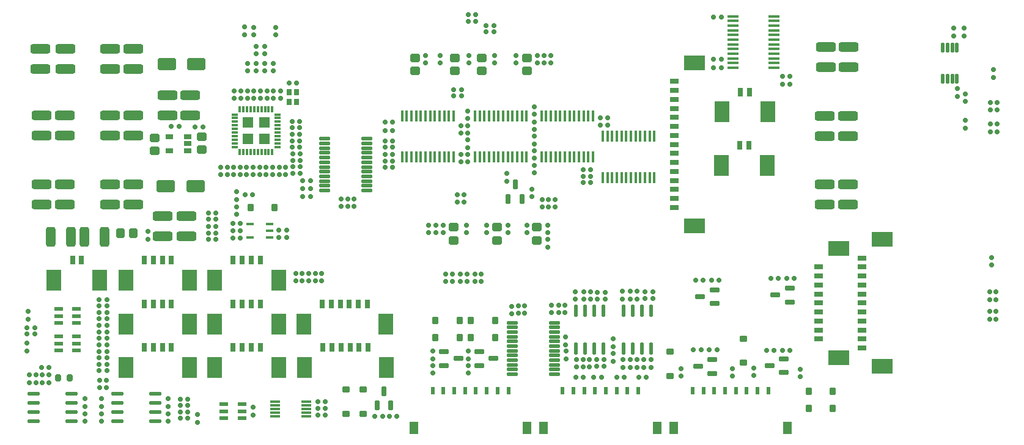
<source format=gbr>
G04*
G04 #@! TF.GenerationSoftware,Altium Limited,Altium Designer,24.9.1 (31)*
G04*
G04 Layer_Color=128*
%FSLAX44Y44*%
%MOMM*%
G71*
G04*
G04 #@! TF.SameCoordinates,11843470-2C0B-4DC8-9AB9-1888B6BF92CD*
G04*
G04*
G04 #@! TF.FilePolarity,Positive*
G04*
G01*
G75*
G04:AMPARAMS|DCode=22|XSize=0.9mm|YSize=0.95mm|CornerRadius=0.1mm|HoleSize=0mm|Usage=FLASHONLY|Rotation=0.000|XOffset=0mm|YOffset=0mm|HoleType=Round|Shape=RoundedRectangle|*
%AMROUNDEDRECTD22*
21,1,0.9000,0.7500,0,0,0.0*
21,1,0.7000,0.9500,0,0,0.0*
1,1,0.2000,0.3500,-0.3750*
1,1,0.2000,-0.3500,-0.3750*
1,1,0.2000,-0.3500,0.3750*
1,1,0.2000,0.3500,0.3750*
%
%ADD22ROUNDEDRECTD22*%
G04:AMPARAMS|DCode=32|XSize=0.95mm|YSize=0.85mm|CornerRadius=0.2125mm|HoleSize=0mm|Usage=FLASHONLY|Rotation=270.000|XOffset=0mm|YOffset=0mm|HoleType=Round|Shape=RoundedRectangle|*
%AMROUNDEDRECTD32*
21,1,0.9500,0.4250,0,0,270.0*
21,1,0.5250,0.8500,0,0,270.0*
1,1,0.4250,-0.2125,-0.2625*
1,1,0.4250,-0.2125,0.2625*
1,1,0.4250,0.2125,0.2625*
1,1,0.4250,0.2125,-0.2625*
%
%ADD32ROUNDEDRECTD32*%
G04:AMPARAMS|DCode=36|XSize=1.2mm|YSize=1.3mm|CornerRadius=0.25mm|HoleSize=0mm|Usage=FLASHONLY|Rotation=180.000|XOffset=0mm|YOffset=0mm|HoleType=Round|Shape=RoundedRectangle|*
%AMROUNDEDRECTD36*
21,1,1.2000,0.8000,0,0,180.0*
21,1,0.7000,1.3000,0,0,180.0*
1,1,0.5000,-0.3500,0.4000*
1,1,0.5000,0.3500,0.4000*
1,1,0.5000,0.3500,-0.4000*
1,1,0.5000,-0.3500,-0.4000*
%
%ADD36ROUNDEDRECTD36*%
G04:AMPARAMS|DCode=47|XSize=1.64mm|YSize=0.59mm|CornerRadius=0.1475mm|HoleSize=0mm|Usage=FLASHONLY|Rotation=180.000|XOffset=0mm|YOffset=0mm|HoleType=Round|Shape=RoundedRectangle|*
%AMROUNDEDRECTD47*
21,1,1.6400,0.2950,0,0,180.0*
21,1,1.3450,0.5900,0,0,180.0*
1,1,0.2950,-0.6725,0.1475*
1,1,0.2950,0.6725,0.1475*
1,1,0.2950,0.6725,-0.1475*
1,1,0.2950,-0.6725,-0.1475*
%
%ADD47ROUNDEDRECTD47*%
G04:AMPARAMS|DCode=48|XSize=1.21mm|YSize=0.59mm|CornerRadius=0.0738mm|HoleSize=0mm|Usage=FLASHONLY|Rotation=180.000|XOffset=0mm|YOffset=0mm|HoleType=Round|Shape=RoundedRectangle|*
%AMROUNDEDRECTD48*
21,1,1.2100,0.4425,0,0,180.0*
21,1,1.0625,0.5900,0,0,180.0*
1,1,0.1475,-0.5313,0.2213*
1,1,0.1475,0.5313,0.2213*
1,1,0.1475,0.5313,-0.2213*
1,1,0.1475,-0.5313,-0.2213*
%
%ADD48ROUNDEDRECTD48*%
G04:AMPARAMS|DCode=58|XSize=1.32mm|YSize=0.6mm|CornerRadius=0.075mm|HoleSize=0mm|Usage=FLASHONLY|Rotation=180.000|XOffset=0mm|YOffset=0mm|HoleType=Round|Shape=RoundedRectangle|*
%AMROUNDEDRECTD58*
21,1,1.3200,0.4500,0,0,180.0*
21,1,1.1700,0.6000,0,0,180.0*
1,1,0.1500,-0.5850,0.2250*
1,1,0.1500,0.5850,0.2250*
1,1,0.1500,0.5850,-0.2250*
1,1,0.1500,-0.5850,-0.2250*
%
%ADD58ROUNDEDRECTD58*%
G04:AMPARAMS|DCode=59|XSize=1.64mm|YSize=0.59mm|CornerRadius=0.1475mm|HoleSize=0mm|Usage=FLASHONLY|Rotation=90.000|XOffset=0mm|YOffset=0mm|HoleType=Round|Shape=RoundedRectangle|*
%AMROUNDEDRECTD59*
21,1,1.6400,0.2950,0,0,90.0*
21,1,1.3450,0.5900,0,0,90.0*
1,1,0.2950,0.1475,0.6725*
1,1,0.2950,0.1475,-0.6725*
1,1,0.2950,-0.1475,-0.6725*
1,1,0.2950,-0.1475,0.6725*
%
%ADD59ROUNDEDRECTD59*%
G04:AMPARAMS|DCode=60|XSize=0.65mm|YSize=0.6mm|CornerRadius=0.15mm|HoleSize=0mm|Usage=FLASHONLY|Rotation=90.000|XOffset=0mm|YOffset=0mm|HoleType=Round|Shape=RoundedRectangle|*
%AMROUNDEDRECTD60*
21,1,0.6500,0.3000,0,0,90.0*
21,1,0.3500,0.6000,0,0,90.0*
1,1,0.3000,0.1500,0.1750*
1,1,0.3000,0.1500,-0.1750*
1,1,0.3000,-0.1500,-0.1750*
1,1,0.3000,-0.1500,0.1750*
%
%ADD60ROUNDEDRECTD60*%
%ADD61R,0.6000X1.0000*%
%ADD62R,1.2500X1.8000*%
G04:AMPARAMS|DCode=66|XSize=0.65mm|YSize=0.6mm|CornerRadius=0.15mm|HoleSize=0mm|Usage=FLASHONLY|Rotation=180.000|XOffset=0mm|YOffset=0mm|HoleType=Round|Shape=RoundedRectangle|*
%AMROUNDEDRECTD66*
21,1,0.6500,0.3000,0,0,180.0*
21,1,0.3500,0.6000,0,0,180.0*
1,1,0.3000,-0.1750,0.1500*
1,1,0.3000,0.1750,0.1500*
1,1,0.3000,0.1750,-0.1500*
1,1,0.3000,-0.1750,-0.1500*
%
%ADD66ROUNDEDRECTD66*%
G04:AMPARAMS|DCode=68|XSize=1.2mm|YSize=1.3mm|CornerRadius=0.25mm|HoleSize=0mm|Usage=FLASHONLY|Rotation=270.000|XOffset=0mm|YOffset=0mm|HoleType=Round|Shape=RoundedRectangle|*
%AMROUNDEDRECTD68*
21,1,1.2000,0.8000,0,0,270.0*
21,1,0.7000,1.3000,0,0,270.0*
1,1,0.5000,-0.4000,-0.3500*
1,1,0.5000,-0.4000,0.3500*
1,1,0.5000,0.4000,0.3500*
1,1,0.5000,0.4000,-0.3500*
%
%ADD68ROUNDEDRECTD68*%
G04:AMPARAMS|DCode=154|XSize=0.9mm|YSize=0.95mm|CornerRadius=0.1mm|HoleSize=0mm|Usage=FLASHONLY|Rotation=270.000|XOffset=0mm|YOffset=0mm|HoleType=Round|Shape=RoundedRectangle|*
%AMROUNDEDRECTD154*
21,1,0.9000,0.7500,0,0,270.0*
21,1,0.7000,0.9500,0,0,270.0*
1,1,0.2000,-0.3750,-0.3500*
1,1,0.2000,-0.3750,0.3500*
1,1,0.2000,0.3750,0.3500*
1,1,0.2000,0.3750,-0.3500*
%
%ADD154ROUNDEDRECTD154*%
G04:AMPARAMS|DCode=155|XSize=1.3081mm|YSize=0.4572mm|CornerRadius=0.1143mm|HoleSize=0mm|Usage=FLASHONLY|Rotation=270.000|XOffset=0mm|YOffset=0mm|HoleType=Round|Shape=RoundedRectangle|*
%AMROUNDEDRECTD155*
21,1,1.3081,0.2286,0,0,270.0*
21,1,1.0795,0.4572,0,0,270.0*
1,1,0.2286,-0.1143,-0.5397*
1,1,0.2286,-0.1143,0.5397*
1,1,0.2286,0.1143,0.5397*
1,1,0.2286,0.1143,-0.5397*
%
%ADD155ROUNDEDRECTD155*%
%ADD156R,0.9779X0.4064*%
%ADD157R,1.3000X0.8000*%
%ADD158R,3.0000X2.1000*%
G04:AMPARAMS|DCode=159|XSize=1.57mm|YSize=0.41mm|CornerRadius=0.0513mm|HoleSize=0mm|Usage=FLASHONLY|Rotation=0.000|XOffset=0mm|YOffset=0mm|HoleType=Round|Shape=RoundedRectangle|*
%AMROUNDEDRECTD159*
21,1,1.5700,0.3075,0,0,0.0*
21,1,1.4675,0.4100,0,0,0.0*
1,1,0.1025,0.7338,-0.1538*
1,1,0.1025,-0.7338,-0.1538*
1,1,0.1025,-0.7338,0.1538*
1,1,0.1025,0.7338,0.1538*
%
%ADD159ROUNDEDRECTD159*%
G04:AMPARAMS|DCode=160|XSize=2.7mm|YSize=1.3mm|CornerRadius=0.25mm|HoleSize=0mm|Usage=FLASHONLY|Rotation=180.000|XOffset=0mm|YOffset=0mm|HoleType=Round|Shape=RoundedRectangle|*
%AMROUNDEDRECTD160*
21,1,2.7000,0.8000,0,0,180.0*
21,1,2.2000,1.3000,0,0,180.0*
1,1,0.5000,-1.1000,0.4000*
1,1,0.5000,1.1000,0.4000*
1,1,0.5000,1.1000,-0.4000*
1,1,0.5000,-1.1000,-0.4000*
%
%ADD160ROUNDEDRECTD160*%
G04:AMPARAMS|DCode=161|XSize=1.5mm|YSize=0.45mm|CornerRadius=0.1125mm|HoleSize=0mm|Usage=FLASHONLY|Rotation=180.000|XOffset=0mm|YOffset=0mm|HoleType=Round|Shape=RoundedRectangle|*
%AMROUNDEDRECTD161*
21,1,1.5000,0.2250,0,0,180.0*
21,1,1.2750,0.4500,0,0,180.0*
1,1,0.2250,-0.6375,0.1125*
1,1,0.2250,0.6375,0.1125*
1,1,0.2250,0.6375,-0.1125*
1,1,0.2250,-0.6375,-0.1125*
%
%ADD161ROUNDEDRECTD161*%
G04:AMPARAMS|DCode=162|XSize=1.32mm|YSize=0.6mm|CornerRadius=0.075mm|HoleSize=0mm|Usage=FLASHONLY|Rotation=90.000|XOffset=0mm|YOffset=0mm|HoleType=Round|Shape=RoundedRectangle|*
%AMROUNDEDRECTD162*
21,1,1.3200,0.4500,0,0,90.0*
21,1,1.1700,0.6000,0,0,90.0*
1,1,0.1500,0.2250,0.5850*
1,1,0.1500,0.2250,-0.5850*
1,1,0.1500,-0.2250,-0.5850*
1,1,0.1500,-0.2250,0.5850*
%
%ADD162ROUNDEDRECTD162*%
%ADD163R,1.4000X0.3000*%
%ADD164R,0.8000X1.3000*%
%ADD165R,2.1000X3.0000*%
G04:AMPARAMS|DCode=166|XSize=2.7mm|YSize=1.3mm|CornerRadius=0.25mm|HoleSize=0mm|Usage=FLASHONLY|Rotation=270.000|XOffset=0mm|YOffset=0mm|HoleType=Round|Shape=RoundedRectangle|*
%AMROUNDEDRECTD166*
21,1,2.7000,0.8000,0,0,270.0*
21,1,2.2000,1.3000,0,0,270.0*
1,1,0.5000,-0.4000,-1.1000*
1,1,0.5000,-0.4000,1.1000*
1,1,0.5000,0.4000,1.1000*
1,1,0.5000,0.4000,-1.1000*
%
%ADD166ROUNDEDRECTD166*%
G04:AMPARAMS|DCode=167|XSize=1.65mm|YSize=2.55mm|CornerRadius=0.25mm|HoleSize=0mm|Usage=FLASHONLY|Rotation=90.000|XOffset=0mm|YOffset=0mm|HoleType=Round|Shape=RoundedRectangle|*
%AMROUNDEDRECTD167*
21,1,1.6500,2.0500,0,0,90.0*
21,1,1.1500,2.5500,0,0,90.0*
1,1,0.5000,1.0250,0.5750*
1,1,0.5000,1.0250,-0.5750*
1,1,0.5000,-1.0250,-0.5750*
1,1,0.5000,-1.0250,0.5750*
%
%ADD167ROUNDEDRECTD167*%
G04:AMPARAMS|DCode=168|XSize=1.1mm|YSize=0.6mm|CornerRadius=0.05mm|HoleSize=0mm|Usage=FLASHONLY|Rotation=180.000|XOffset=0mm|YOffset=0mm|HoleType=Round|Shape=RoundedRectangle|*
%AMROUNDEDRECTD168*
21,1,1.1000,0.5000,0,0,180.0*
21,1,1.0000,0.6000,0,0,180.0*
1,1,0.1000,-0.5000,0.2500*
1,1,0.1000,0.5000,0.2500*
1,1,0.1000,0.5000,-0.2500*
1,1,0.1000,-0.5000,-0.2500*
%
%ADD168ROUNDEDRECTD168*%
G04:AMPARAMS|DCode=169|XSize=0.84mm|YSize=0.26mm|CornerRadius=0.0325mm|HoleSize=0mm|Usage=FLASHONLY|Rotation=270.000|XOffset=0mm|YOffset=0mm|HoleType=Round|Shape=RoundedRectangle|*
%AMROUNDEDRECTD169*
21,1,0.8400,0.1950,0,0,270.0*
21,1,0.7750,0.2600,0,0,270.0*
1,1,0.0650,-0.0975,-0.3875*
1,1,0.0650,-0.0975,0.3875*
1,1,0.0650,0.0975,0.3875*
1,1,0.0650,0.0975,-0.3875*
%
%ADD169ROUNDEDRECTD169*%
G04:AMPARAMS|DCode=170|XSize=0.26mm|YSize=0.84mm|CornerRadius=0.0325mm|HoleSize=0mm|Usage=FLASHONLY|Rotation=270.000|XOffset=0mm|YOffset=0mm|HoleType=Round|Shape=RoundedRectangle|*
%AMROUNDEDRECTD170*
21,1,0.2600,0.7750,0,0,270.0*
21,1,0.1950,0.8400,0,0,270.0*
1,1,0.0650,-0.3875,-0.0975*
1,1,0.0650,-0.3875,0.0975*
1,1,0.0650,0.3875,0.0975*
1,1,0.0650,0.3875,-0.0975*
%
%ADD170ROUNDEDRECTD170*%
G04:AMPARAMS|DCode=172|XSize=1.57mm|YSize=0.41mm|CornerRadius=0.0513mm|HoleSize=0mm|Usage=FLASHONLY|Rotation=270.000|XOffset=0mm|YOffset=0mm|HoleType=Round|Shape=RoundedRectangle|*
%AMROUNDEDRECTD172*
21,1,1.5700,0.3075,0,0,270.0*
21,1,1.4675,0.4100,0,0,270.0*
1,1,0.1025,-0.1538,-0.7338*
1,1,0.1025,-0.1538,0.7338*
1,1,0.1025,0.1538,0.7338*
1,1,0.1025,0.1538,-0.7338*
%
%ADD172ROUNDEDRECTD172*%
%ADD173R,0.7500X0.8500*%
G36*
X398750Y410150D02*
Y424750D01*
X384150D01*
Y410150D01*
X398750D01*
D02*
G37*
G36*
Y433250D02*
Y447850D01*
X384150D01*
Y433250D01*
X398750D01*
D02*
G37*
G36*
X421850Y410150D02*
Y424750D01*
X407250D01*
Y410150D01*
X421850D01*
D02*
G37*
G36*
Y433250D02*
Y447850D01*
X407250D01*
Y433250D01*
X421850D01*
D02*
G37*
D22*
X1168189Y67968D02*
D03*
X1201800Y68000D02*
D03*
X1168189Y43968D02*
D03*
X1201800Y44000D02*
D03*
X700190Y141968D02*
D03*
X733800Y142000D02*
D03*
X651189Y141968D02*
D03*
X684800Y142000D02*
D03*
X651189Y165968D02*
D03*
X684800Y166000D02*
D03*
X700189Y165968D02*
D03*
X733800Y166000D02*
D03*
X428800Y322250D02*
D03*
X395189Y322218D02*
D03*
D32*
X129250Y86000D02*
D03*
X144750D02*
D03*
D36*
X233000Y287002D02*
D03*
X215000D02*
D03*
D47*
X94650Y51350D02*
D03*
Y38650D02*
D03*
X147350Y64050D02*
D03*
Y25950D02*
D03*
X94650D02*
D03*
Y64050D02*
D03*
X147350Y38650D02*
D03*
Y51350D02*
D03*
X263350Y25950D02*
D03*
X210650Y51350D02*
D03*
Y25950D02*
D03*
Y38650D02*
D03*
X263350Y64050D02*
D03*
X210650D02*
D03*
X263350Y38650D02*
D03*
Y51350D02*
D03*
D48*
X358450Y30500D02*
D03*
Y49500D02*
D03*
X383550D02*
D03*
Y40000D02*
D03*
Y30500D02*
D03*
X358450Y40000D02*
D03*
X129450Y143500D02*
D03*
Y134000D02*
D03*
Y124500D02*
D03*
X154550D02*
D03*
Y143500D02*
D03*
Y134000D02*
D03*
Y181500D02*
D03*
Y162500D02*
D03*
X129450D02*
D03*
Y172000D02*
D03*
Y181500D02*
D03*
X154550Y172000D02*
D03*
D58*
X1114000Y103000D02*
D03*
X1134000Y112500D02*
D03*
Y93500D02*
D03*
X1122000Y201000D02*
D03*
X1142000Y210500D02*
D03*
Y191500D02*
D03*
X1018000Y199000D02*
D03*
X1038000Y208500D02*
D03*
Y189500D02*
D03*
X1015000Y102000D02*
D03*
X1035000Y111500D02*
D03*
Y92500D02*
D03*
X712000Y103500D02*
D03*
X732000Y113000D02*
D03*
X712000Y122500D02*
D03*
X663000Y103500D02*
D03*
X683000Y113000D02*
D03*
X663000Y122500D02*
D03*
D59*
X871300Y179700D02*
D03*
X884000Y127000D02*
D03*
X858600Y179700D02*
D03*
X845900D02*
D03*
X858600Y127000D02*
D03*
X871300D02*
D03*
X845900D02*
D03*
X884000Y179700D02*
D03*
X937350Y179350D02*
D03*
X950050Y126650D02*
D03*
X924650Y179350D02*
D03*
X911950D02*
D03*
X924650Y126650D02*
D03*
X937350D02*
D03*
X911950D02*
D03*
X950050Y179350D02*
D03*
D60*
X1384000Y571250D02*
D03*
Y560750D02*
D03*
X1385000Y432750D02*
D03*
Y443250D02*
D03*
X1374000Y476750D02*
D03*
Y487250D02*
D03*
X1385000Y480250D02*
D03*
Y469750D02*
D03*
X1369000Y571250D02*
D03*
Y560750D02*
D03*
X253000Y278750D02*
D03*
Y289250D02*
D03*
X415000Y535750D02*
D03*
Y546250D02*
D03*
X696000Y385750D02*
D03*
Y396250D02*
D03*
X430000Y561750D02*
D03*
Y572250D02*
D03*
X638002Y533250D02*
D03*
Y522750D02*
D03*
X793001Y533250D02*
D03*
Y522750D02*
D03*
X763001Y533250D02*
D03*
Y522750D02*
D03*
X722001Y298250D02*
D03*
Y287750D02*
D03*
X752002Y298250D02*
D03*
Y287750D02*
D03*
X662001Y298250D02*
D03*
Y287750D02*
D03*
X694001Y298250D02*
D03*
Y287750D02*
D03*
X778001Y298250D02*
D03*
Y287750D02*
D03*
X733001Y533250D02*
D03*
Y522750D02*
D03*
X807001Y298250D02*
D03*
Y287750D02*
D03*
X658001Y533250D02*
D03*
Y522750D02*
D03*
X698001Y533250D02*
D03*
Y522750D02*
D03*
X1132000Y504250D02*
D03*
Y493750D02*
D03*
X166000Y46750D02*
D03*
Y57250D02*
D03*
X757000Y174750D02*
D03*
Y185250D02*
D03*
X812000Y176750D02*
D03*
Y187250D02*
D03*
X1157000Y87750D02*
D03*
Y98250D02*
D03*
X1092000Y89500D02*
D03*
Y100000D02*
D03*
X1063000Y88750D02*
D03*
Y99250D02*
D03*
X992000Y88750D02*
D03*
Y99250D02*
D03*
X1422000Y242750D02*
D03*
Y253250D02*
D03*
X363000Y378250D02*
D03*
Y367750D02*
D03*
X1424000Y513500D02*
D03*
Y503000D02*
D03*
X281000Y46750D02*
D03*
Y57250D02*
D03*
X391000Y473750D02*
D03*
Y484250D02*
D03*
X382000Y473750D02*
D03*
Y484250D02*
D03*
X437000Y473750D02*
D03*
Y484250D02*
D03*
X86000Y134250D02*
D03*
Y123750D02*
D03*
X87000Y167750D02*
D03*
Y178250D02*
D03*
X880000Y436750D02*
D03*
Y447250D02*
D03*
X403000Y546250D02*
D03*
Y535750D02*
D03*
X642001Y298250D02*
D03*
Y287750D02*
D03*
X652001Y298250D02*
D03*
Y287750D02*
D03*
X706000Y219750D02*
D03*
Y230250D02*
D03*
X675000Y219750D02*
D03*
Y230250D02*
D03*
X400000Y572250D02*
D03*
Y561750D02*
D03*
X386650Y572641D02*
D03*
Y562141D02*
D03*
X391000Y522250D02*
D03*
Y511750D02*
D03*
X427000Y522250D02*
D03*
Y511750D02*
D03*
X403000Y511750D02*
D03*
Y522250D02*
D03*
X415000Y511750D02*
D03*
Y522250D02*
D03*
X775000Y175750D02*
D03*
Y186250D02*
D03*
X831000Y176750D02*
D03*
Y187250D02*
D03*
X1419000Y205250D02*
D03*
Y194750D02*
D03*
X1420000Y427750D02*
D03*
Y438250D02*
D03*
X1428000Y194750D02*
D03*
Y205250D02*
D03*
X1429000Y427750D02*
D03*
Y438250D02*
D03*
X1419000Y178250D02*
D03*
Y167750D02*
D03*
X1420000Y457750D02*
D03*
Y468250D02*
D03*
X1428000Y167750D02*
D03*
Y178250D02*
D03*
X1429000Y457750D02*
D03*
Y468250D02*
D03*
X715000Y219750D02*
D03*
Y230250D02*
D03*
X322000Y24750D02*
D03*
Y35250D02*
D03*
X376000Y323250D02*
D03*
Y312750D02*
D03*
X376000Y344250D02*
D03*
Y333750D02*
D03*
X196000Y83250D02*
D03*
Y72750D02*
D03*
X186000Y83250D02*
D03*
Y72750D02*
D03*
X682000Y340250D02*
D03*
Y329750D02*
D03*
X189000Y57250D02*
D03*
Y46750D02*
D03*
X281000Y36250D02*
D03*
Y25750D02*
D03*
X539000Y334250D02*
D03*
Y323750D02*
D03*
X766000Y175750D02*
D03*
Y186250D02*
D03*
X822000Y176750D02*
D03*
Y187250D02*
D03*
X697000Y103250D02*
D03*
Y92750D02*
D03*
X648000Y103250D02*
D03*
Y92750D02*
D03*
X697000Y112750D02*
D03*
Y123250D02*
D03*
X648000Y112750D02*
D03*
Y123250D02*
D03*
X811000Y533250D02*
D03*
Y522750D02*
D03*
X691000Y340250D02*
D03*
Y329750D02*
D03*
X166000Y25750D02*
D03*
Y36250D02*
D03*
X98000Y79750D02*
D03*
Y90250D02*
D03*
X116000Y90250D02*
D03*
Y79750D02*
D03*
X910000Y206250D02*
D03*
Y195750D02*
D03*
X911000Y100750D02*
D03*
Y111250D02*
D03*
X831950Y132100D02*
D03*
Y142600D02*
D03*
X898000Y129750D02*
D03*
Y140250D02*
D03*
X844950Y205600D02*
D03*
Y195100D02*
D03*
X898000Y120000D02*
D03*
Y109500D02*
D03*
X832000Y123250D02*
D03*
Y112750D02*
D03*
X846950Y101100D02*
D03*
Y111600D02*
D03*
X921000Y206250D02*
D03*
Y195750D02*
D03*
X931000Y206250D02*
D03*
Y195750D02*
D03*
X921000Y100750D02*
D03*
Y111250D02*
D03*
X931000Y100750D02*
D03*
Y111250D02*
D03*
X856950Y205600D02*
D03*
Y195100D02*
D03*
X865950Y205600D02*
D03*
Y195100D02*
D03*
X855950Y101100D02*
D03*
Y111600D02*
D03*
X864950Y101100D02*
D03*
Y111600D02*
D03*
X799210Y333750D02*
D03*
Y323250D02*
D03*
X808210Y333750D02*
D03*
Y323250D02*
D03*
X817210D02*
D03*
Y333750D02*
D03*
X399000Y34750D02*
D03*
Y45250D02*
D03*
X802000Y533250D02*
D03*
Y522750D02*
D03*
X696000Y445750D02*
D03*
Y456250D02*
D03*
X427000Y473750D02*
D03*
Y484250D02*
D03*
X373000Y473750D02*
D03*
Y484250D02*
D03*
X435000Y378250D02*
D03*
Y367750D02*
D03*
X418000Y473750D02*
D03*
Y484250D02*
D03*
X409000Y473750D02*
D03*
Y484250D02*
D03*
X426000Y378250D02*
D03*
Y367750D02*
D03*
X400000Y473750D02*
D03*
Y484250D02*
D03*
X785000Y348250D02*
D03*
Y337750D02*
D03*
X750000Y359000D02*
D03*
Y369500D02*
D03*
X807000Y267750D02*
D03*
Y278250D02*
D03*
X494000Y220750D02*
D03*
Y231250D02*
D03*
X476000Y220750D02*
D03*
Y231250D02*
D03*
X485000Y220750D02*
D03*
Y231250D02*
D03*
X467000Y231250D02*
D03*
Y220750D02*
D03*
X107000Y90250D02*
D03*
Y79750D02*
D03*
X89000D02*
D03*
Y90250D02*
D03*
X408000Y378250D02*
D03*
Y367750D02*
D03*
X399000Y378250D02*
D03*
Y367750D02*
D03*
X390000Y378250D02*
D03*
Y367750D02*
D03*
X381000Y378250D02*
D03*
Y367750D02*
D03*
X372000Y378250D02*
D03*
Y367750D02*
D03*
X354000Y378250D02*
D03*
Y367750D02*
D03*
X417000Y378250D02*
D03*
Y367750D02*
D03*
X666000Y219750D02*
D03*
Y230250D02*
D03*
X695000D02*
D03*
Y219750D02*
D03*
X686000Y230250D02*
D03*
Y219750D02*
D03*
X521000Y334250D02*
D03*
Y323750D02*
D03*
X530000Y334250D02*
D03*
Y323750D02*
D03*
X687000Y385750D02*
D03*
Y396250D02*
D03*
X696000Y436250D02*
D03*
Y425750D02*
D03*
Y416250D02*
D03*
Y405750D02*
D03*
X458000Y220750D02*
D03*
Y231250D02*
D03*
X189000Y36250D02*
D03*
Y25750D02*
D03*
X788000Y462250D02*
D03*
Y451750D02*
D03*
Y370750D02*
D03*
Y381250D02*
D03*
X1142000Y504250D02*
D03*
Y493750D02*
D03*
X890000Y447250D02*
D03*
Y436750D02*
D03*
X687000Y425750D02*
D03*
Y436250D02*
D03*
X788000Y401250D02*
D03*
Y390750D02*
D03*
Y430750D02*
D03*
Y441250D02*
D03*
Y421250D02*
D03*
Y410750D02*
D03*
X444000Y378250D02*
D03*
Y367750D02*
D03*
D61*
X917500Y68700D02*
D03*
X887500D02*
D03*
X857500D02*
D03*
X827500D02*
D03*
X842500D02*
D03*
X872500D02*
D03*
X902500D02*
D03*
X932500D02*
D03*
X722500D02*
D03*
X752500D02*
D03*
X692500D02*
D03*
X662500D02*
D03*
X737500D02*
D03*
X707500D02*
D03*
X677500D02*
D03*
X647500D02*
D03*
X1112500D02*
D03*
X1082500D02*
D03*
X1052500D02*
D03*
X1022500D02*
D03*
X1007500D02*
D03*
X1037500D02*
D03*
X1067500D02*
D03*
X1097500D02*
D03*
D62*
X801450Y16800D02*
D03*
X958550D02*
D03*
X621450D02*
D03*
X778550D02*
D03*
X981450D02*
D03*
X1138550D02*
D03*
D66*
X1047250Y587000D02*
D03*
X1036750D02*
D03*
X285750Y435000D02*
D03*
X296250D02*
D03*
X1047250Y516000D02*
D03*
X1036750D02*
D03*
X478250Y349000D02*
D03*
X467750D02*
D03*
X459250Y495000D02*
D03*
X448750D02*
D03*
X488750Y53000D02*
D03*
X499250D02*
D03*
X387750Y340250D02*
D03*
X398250D02*
D03*
X96250Y147000D02*
D03*
X85750D02*
D03*
X96250Y156000D02*
D03*
X85750D02*
D03*
X381250Y300250D02*
D03*
X370750D02*
D03*
X592250Y406000D02*
D03*
X581750D02*
D03*
X866250Y357000D02*
D03*
X855750D02*
D03*
X318750Y434000D02*
D03*
X329250D02*
D03*
X707250Y590000D02*
D03*
X696750D02*
D03*
X1126250Y224000D02*
D03*
X1115750D02*
D03*
X1137750D02*
D03*
X1148250D02*
D03*
X1120500Y124000D02*
D03*
X1110000D02*
D03*
X1131750D02*
D03*
X1142250D02*
D03*
X1019250Y125000D02*
D03*
X1008750D02*
D03*
X1030750D02*
D03*
X1041250D02*
D03*
X1022250Y222000D02*
D03*
X1011750D02*
D03*
X1033750D02*
D03*
X1044250D02*
D03*
X707250Y581000D02*
D03*
X696750D02*
D03*
X721750Y575000D02*
D03*
X732250D02*
D03*
X721750Y566000D02*
D03*
X732250D02*
D03*
X676750Y486000D02*
D03*
X687250D02*
D03*
X676750Y477000D02*
D03*
X687250D02*
D03*
X488750Y35000D02*
D03*
X499250D02*
D03*
X488750Y44000D02*
D03*
X499250D02*
D03*
X445250Y281250D02*
D03*
X434750D02*
D03*
X445250Y291250D02*
D03*
X434750D02*
D03*
X370750Y280250D02*
D03*
X381250D02*
D03*
X370750Y290250D02*
D03*
X381250D02*
D03*
X336750Y315000D02*
D03*
X347250D02*
D03*
X587750Y33000D02*
D03*
X598250D02*
D03*
X578250Y33000D02*
D03*
X567750D02*
D03*
X308250Y39000D02*
D03*
X297750D02*
D03*
X308250Y48000D02*
D03*
X297750D02*
D03*
X297750Y30000D02*
D03*
X308250D02*
D03*
X297750Y57000D02*
D03*
X308250D02*
D03*
X336750Y306000D02*
D03*
X347250D02*
D03*
X347250Y296000D02*
D03*
X336750D02*
D03*
X196250Y186000D02*
D03*
X185750D02*
D03*
X196250Y177000D02*
D03*
X185750D02*
D03*
X196250Y114000D02*
D03*
X185750D02*
D03*
X196250Y105000D02*
D03*
X185750D02*
D03*
X196250Y150000D02*
D03*
X185750D02*
D03*
X196250Y141000D02*
D03*
X185750D02*
D03*
X185750Y195000D02*
D03*
X196250D02*
D03*
X185750Y168000D02*
D03*
X196250D02*
D03*
X185750Y123000D02*
D03*
X196250D02*
D03*
X185750Y96000D02*
D03*
X196250D02*
D03*
X105750Y101000D02*
D03*
X116250D02*
D03*
X185750Y159000D02*
D03*
X196250D02*
D03*
X185750Y132000D02*
D03*
X196250D02*
D03*
X845750Y87000D02*
D03*
X856250D02*
D03*
X941750Y196000D02*
D03*
X952250D02*
D03*
X932750Y87000D02*
D03*
X943250D02*
D03*
X940000Y111250D02*
D03*
X950500D02*
D03*
X902750Y87000D02*
D03*
X913250D02*
D03*
X875700Y195350D02*
D03*
X886200D02*
D03*
X870750Y87000D02*
D03*
X881250D02*
D03*
X874700Y111350D02*
D03*
X885200D02*
D03*
X941750Y206000D02*
D03*
X952250D02*
D03*
X940000Y100750D02*
D03*
X950500D02*
D03*
X875700Y204350D02*
D03*
X886200D02*
D03*
X874700Y102350D02*
D03*
X885200D02*
D03*
X592250Y441000D02*
D03*
X581750D02*
D03*
X453750Y370000D02*
D03*
X464250D02*
D03*
X452750Y406000D02*
D03*
X463250D02*
D03*
X463250Y415000D02*
D03*
X452750D02*
D03*
X463250Y424000D02*
D03*
X452750D02*
D03*
X463250Y433000D02*
D03*
X452750D02*
D03*
X463250Y442000D02*
D03*
X452750D02*
D03*
X464250Y379000D02*
D03*
X453750D02*
D03*
X347250Y287000D02*
D03*
X336750D02*
D03*
X336750Y278000D02*
D03*
X347250D02*
D03*
X464250Y388000D02*
D03*
X453750D02*
D03*
X581750Y387000D02*
D03*
X592250D02*
D03*
X581750Y378000D02*
D03*
X592250D02*
D03*
X478250Y338000D02*
D03*
X467750D02*
D03*
X478250Y360000D02*
D03*
X467750D02*
D03*
X581750Y396000D02*
D03*
X592250D02*
D03*
X866250Y366000D02*
D03*
X855750D02*
D03*
X1036750Y528000D02*
D03*
X1047250D02*
D03*
X866250Y375000D02*
D03*
X855750D02*
D03*
X592250Y415000D02*
D03*
X581750D02*
D03*
Y429000D02*
D03*
X592250D02*
D03*
X464250Y397000D02*
D03*
X453750D02*
D03*
D68*
X327998Y421000D02*
D03*
Y403000D02*
D03*
X262748Y419000D02*
D03*
Y401000D02*
D03*
X678000Y530000D02*
D03*
Y512000D02*
D03*
X716000Y530000D02*
D03*
Y512000D02*
D03*
X778000Y530000D02*
D03*
Y512000D02*
D03*
X677000Y295000D02*
D03*
Y277000D02*
D03*
X737000Y295000D02*
D03*
Y277000D02*
D03*
X792000Y295000D02*
D03*
Y277000D02*
D03*
X623000Y530000D02*
D03*
Y512000D02*
D03*
D154*
X528000Y69800D02*
D03*
X528032Y36189D02*
D03*
X1078032Y107189D02*
D03*
X1078000Y140800D02*
D03*
X976032Y89189D02*
D03*
X976000Y122800D02*
D03*
X551000Y69800D02*
D03*
X551032Y36189D02*
D03*
D155*
X1354250Y544526D02*
D03*
X1360750D02*
D03*
X1367250D02*
D03*
X1373750D02*
D03*
Y501474D02*
D03*
X1367250D02*
D03*
X1360750D02*
D03*
X1354250D02*
D03*
D156*
X394602Y299775D02*
D03*
Y280725D02*
D03*
X421399Y280852D02*
D03*
Y290250D02*
D03*
Y299648D02*
D03*
D157*
X982500Y410000D02*
D03*
Y397500D02*
D03*
Y322500D02*
D03*
Y435000D02*
D03*
Y422500D02*
D03*
Y485000D02*
D03*
Y472500D02*
D03*
Y460000D02*
D03*
Y447500D02*
D03*
Y385000D02*
D03*
Y372500D02*
D03*
Y360000D02*
D03*
Y347500D02*
D03*
Y335000D02*
D03*
Y497500D02*
D03*
X1182500Y240000D02*
D03*
Y215000D02*
D03*
Y202500D02*
D03*
Y190000D02*
D03*
Y177500D02*
D03*
Y165000D02*
D03*
Y152500D02*
D03*
Y140000D02*
D03*
Y227500D02*
D03*
X1242500Y252500D02*
D03*
Y227500D02*
D03*
Y215000D02*
D03*
Y202500D02*
D03*
Y190000D02*
D03*
Y177500D02*
D03*
Y165000D02*
D03*
Y152500D02*
D03*
Y140000D02*
D03*
Y127500D02*
D03*
Y240000D02*
D03*
D158*
X1010000Y297000D02*
D03*
Y523000D02*
D03*
X1210000Y114500D02*
D03*
Y265500D02*
D03*
X1270000Y102000D02*
D03*
Y278000D02*
D03*
D159*
X1063300Y516250D02*
D03*
Y522750D02*
D03*
Y529250D02*
D03*
Y535750D02*
D03*
Y542250D02*
D03*
Y548750D02*
D03*
Y555250D02*
D03*
Y561750D02*
D03*
Y568250D02*
D03*
Y574750D02*
D03*
Y581250D02*
D03*
Y587750D02*
D03*
X1120700D02*
D03*
Y581250D02*
D03*
Y574750D02*
D03*
Y568250D02*
D03*
Y561750D02*
D03*
Y555250D02*
D03*
Y548750D02*
D03*
Y542250D02*
D03*
Y535750D02*
D03*
Y529250D02*
D03*
Y522750D02*
D03*
Y516250D02*
D03*
D160*
X1224000Y517000D02*
D03*
Y545000D02*
D03*
X1192000Y517000D02*
D03*
Y545000D02*
D03*
X1190920Y421653D02*
D03*
Y449653D02*
D03*
X1222920Y421653D02*
D03*
Y449653D02*
D03*
X1222931Y326653D02*
D03*
Y354653D02*
D03*
X1190931Y326653D02*
D03*
Y354653D02*
D03*
X106000Y327000D02*
D03*
Y355000D02*
D03*
X138000Y327000D02*
D03*
Y355000D02*
D03*
X201000Y327000D02*
D03*
Y355000D02*
D03*
X233000Y327000D02*
D03*
Y355000D02*
D03*
X307000Y283000D02*
D03*
Y311000D02*
D03*
X274000Y283000D02*
D03*
Y311000D02*
D03*
X201000Y422000D02*
D03*
Y450000D02*
D03*
X233000Y422000D02*
D03*
Y450000D02*
D03*
X138000Y422000D02*
D03*
Y450000D02*
D03*
X106000Y422000D02*
D03*
Y450000D02*
D03*
X104000Y515000D02*
D03*
Y543000D02*
D03*
X139000Y515000D02*
D03*
Y543000D02*
D03*
X233000Y515000D02*
D03*
Y543000D02*
D03*
X201000Y515000D02*
D03*
Y543000D02*
D03*
X280000Y450000D02*
D03*
Y478000D02*
D03*
X312000Y450000D02*
D03*
Y478000D02*
D03*
D161*
X758000Y91250D02*
D03*
Y97750D02*
D03*
Y104250D02*
D03*
Y110750D02*
D03*
Y117250D02*
D03*
Y123750D02*
D03*
Y130250D02*
D03*
Y136750D02*
D03*
X816000Y117250D02*
D03*
Y110750D02*
D03*
Y104250D02*
D03*
Y97750D02*
D03*
Y143250D02*
D03*
Y136750D02*
D03*
Y130250D02*
D03*
Y123750D02*
D03*
Y162750D02*
D03*
Y149750D02*
D03*
X758000D02*
D03*
Y156250D02*
D03*
X816000D02*
D03*
X758000Y162750D02*
D03*
X816000Y91250D02*
D03*
X758000Y143250D02*
D03*
X498000Y398250D02*
D03*
X556000Y365750D02*
D03*
X498000Y359250D02*
D03*
Y346250D02*
D03*
X556000Y352750D02*
D03*
Y359250D02*
D03*
Y372250D02*
D03*
Y378750D02*
D03*
Y385250D02*
D03*
Y391750D02*
D03*
Y398250D02*
D03*
Y404750D02*
D03*
Y411250D02*
D03*
Y417750D02*
D03*
X498000Y411250D02*
D03*
Y404750D02*
D03*
Y385250D02*
D03*
Y372250D02*
D03*
Y365750D02*
D03*
Y378750D02*
D03*
Y391750D02*
D03*
Y352750D02*
D03*
X556000Y346250D02*
D03*
X498000Y417750D02*
D03*
D162*
X580000Y68000D02*
D03*
X589500Y48000D02*
D03*
X570500D02*
D03*
X752252Y334210D02*
D03*
X771251D02*
D03*
X761751Y354210D02*
D03*
D163*
X473000Y48000D02*
D03*
X429000Y38000D02*
D03*
Y33000D02*
D03*
Y48000D02*
D03*
Y43000D02*
D03*
X473000Y38000D02*
D03*
Y43000D02*
D03*
Y53000D02*
D03*
Y33000D02*
D03*
X429000Y53000D02*
D03*
D164*
X408750Y188500D02*
D03*
X383750D02*
D03*
X396250D02*
D03*
X371250D02*
D03*
X495750Y128500D02*
D03*
X545750D02*
D03*
X558250D02*
D03*
X508250D02*
D03*
X533250D02*
D03*
X520750D02*
D03*
X494750Y188500D02*
D03*
X557250D02*
D03*
X544750D02*
D03*
X507250D02*
D03*
X532250D02*
D03*
X519750D02*
D03*
X273250Y188500D02*
D03*
X260750D02*
D03*
X285750D02*
D03*
X248250D02*
D03*
X396250Y128500D02*
D03*
X383750D02*
D03*
X408750D02*
D03*
X371250D02*
D03*
X285750Y128500D02*
D03*
X260750D02*
D03*
X273250D02*
D03*
X248250D02*
D03*
X148750Y249500D02*
D03*
X161250D02*
D03*
X260750Y249500D02*
D03*
X273250D02*
D03*
X285750D02*
D03*
X248250D02*
D03*
X408750D02*
D03*
X396250D02*
D03*
X383750D02*
D03*
X371250D02*
D03*
X1073750Y482500D02*
D03*
X1086250D02*
D03*
X1085250Y408500D02*
D03*
X1072750D02*
D03*
D165*
X345750Y161000D02*
D03*
X434250D02*
D03*
X470250Y101000D02*
D03*
X583750D02*
D03*
X469250Y161000D02*
D03*
X582750D02*
D03*
X222750Y161000D02*
D03*
X311250D02*
D03*
X345750Y101000D02*
D03*
X434250D02*
D03*
X222750Y101000D02*
D03*
X311250D02*
D03*
X123250Y222000D02*
D03*
X186750D02*
D03*
X222750Y222000D02*
D03*
X311250D02*
D03*
X345750D02*
D03*
X434250D02*
D03*
X1048250Y455000D02*
D03*
X1111750D02*
D03*
X1047250Y381000D02*
D03*
X1110750D02*
D03*
D166*
X147000Y282000D02*
D03*
X119000D02*
D03*
X165000Y282000D02*
D03*
X193000D02*
D03*
D167*
X319000Y352000D02*
D03*
X278000D02*
D03*
X320500Y521000D02*
D03*
X279500D02*
D03*
D168*
X282750Y401500D02*
D03*
Y420500D02*
D03*
X308750Y401500D02*
D03*
Y420500D02*
D03*
Y411000D02*
D03*
D169*
X380500Y399550D02*
D03*
X385500D02*
D03*
X390500D02*
D03*
X395500D02*
D03*
X400500D02*
D03*
X405500D02*
D03*
X410500D02*
D03*
X415500D02*
D03*
X420500D02*
D03*
X425500D02*
D03*
Y458450D02*
D03*
X420500D02*
D03*
X415500D02*
D03*
X410500D02*
D03*
X405500D02*
D03*
X400500D02*
D03*
X395500D02*
D03*
X390500D02*
D03*
X385500D02*
D03*
X380500D02*
D03*
D170*
X373550Y451500D02*
D03*
Y446500D02*
D03*
Y441500D02*
D03*
Y436500D02*
D03*
Y431500D02*
D03*
Y426500D02*
D03*
Y421500D02*
D03*
Y416500D02*
D03*
Y411500D02*
D03*
Y406500D02*
D03*
X432450D02*
D03*
Y411500D02*
D03*
Y416500D02*
D03*
Y421500D02*
D03*
Y426500D02*
D03*
Y431500D02*
D03*
Y436500D02*
D03*
Y441500D02*
D03*
Y446500D02*
D03*
Y451500D02*
D03*
D172*
X605250Y449700D02*
D03*
X611750D02*
D03*
X618250D02*
D03*
X624750D02*
D03*
X631250D02*
D03*
X637750D02*
D03*
X644250D02*
D03*
X650750D02*
D03*
X657250D02*
D03*
X663750D02*
D03*
X670250D02*
D03*
X676750D02*
D03*
Y392300D02*
D03*
X670250D02*
D03*
X663750D02*
D03*
X657250D02*
D03*
X650750D02*
D03*
X644250D02*
D03*
X637750D02*
D03*
X631250D02*
D03*
X624750D02*
D03*
X618250D02*
D03*
X611750D02*
D03*
X605250D02*
D03*
X706250D02*
D03*
X712750D02*
D03*
X719250D02*
D03*
X725750D02*
D03*
X732250D02*
D03*
X738750D02*
D03*
X745250D02*
D03*
X751750D02*
D03*
X758250D02*
D03*
X764750D02*
D03*
X771250D02*
D03*
X777750D02*
D03*
Y449700D02*
D03*
X771250D02*
D03*
X764750D02*
D03*
X758250D02*
D03*
X751750D02*
D03*
X745250D02*
D03*
X738750D02*
D03*
X732250D02*
D03*
X725750D02*
D03*
X719250D02*
D03*
X712750D02*
D03*
X706250D02*
D03*
X798250D02*
D03*
X804750D02*
D03*
X811250D02*
D03*
X817750D02*
D03*
X824250D02*
D03*
X830750D02*
D03*
X837250D02*
D03*
X843750D02*
D03*
X850250D02*
D03*
X856750D02*
D03*
X863250D02*
D03*
X869750D02*
D03*
Y392300D02*
D03*
X863250D02*
D03*
X856750D02*
D03*
X850250D02*
D03*
X843750D02*
D03*
X837250D02*
D03*
X830750D02*
D03*
X824250D02*
D03*
X817750D02*
D03*
X811250D02*
D03*
X804750D02*
D03*
X798250D02*
D03*
X883250Y364300D02*
D03*
X889750D02*
D03*
X896250D02*
D03*
X902750D02*
D03*
X909250D02*
D03*
X915750D02*
D03*
X922250D02*
D03*
X928750D02*
D03*
X935250D02*
D03*
X941750D02*
D03*
X948250D02*
D03*
X954750D02*
D03*
Y421700D02*
D03*
X948250D02*
D03*
X941750D02*
D03*
X935250D02*
D03*
X928750D02*
D03*
X922250D02*
D03*
X915750D02*
D03*
X909250D02*
D03*
X902750D02*
D03*
X896250D02*
D03*
X889750D02*
D03*
X883250D02*
D03*
D173*
X448750Y469250D02*
D03*
X459250Y482750D02*
D03*
X448750D02*
D03*
X459250Y469250D02*
D03*
M02*

</source>
